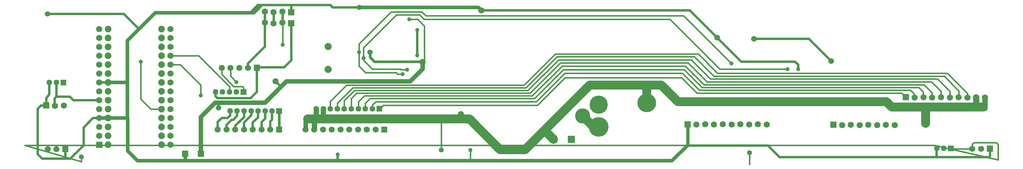
<source format=gbr>
G04 start of page 4 for group 4 idx 1 *
G04 Title: AYAB-RS_F, bottom *
G04 Creator: pcb 20140316 *
G04 CreationDate: Mon 08 Feb 2021 07:11:24 AM GMT UTC *
G04 For: tom *
G04 Format: Gerber/RS-274X *
G04 PCB-Dimensions (mil): 11000.00 1900.00 *
G04 PCB-Coordinate-Origin: lower left *
%MOIN*%
%FSLAX25Y25*%
%LNBOTTOM*%
%ADD85C,0.1250*%
%ADD84C,0.0352*%
%ADD83C,0.0380*%
%ADD82C,0.0910*%
%ADD81C,0.1480*%
%ADD80C,0.0360*%
%ADD79C,0.1200*%
%ADD78C,0.0200*%
%ADD77C,0.1100*%
%ADD76C,0.0650*%
%ADD75C,0.0460*%
%ADD74C,0.0560*%
%ADD73C,0.2100*%
%ADD72C,0.1700*%
%ADD71C,0.2200*%
%ADD70C,0.2050*%
%ADD69C,0.0636*%
%ADD68C,0.0679*%
%ADD67C,0.0800*%
%ADD66C,0.0750*%
%ADD65C,0.0001*%
%ADD64C,0.0350*%
%ADD63C,0.0700*%
%ADD62C,0.0300*%
%ADD61C,0.0500*%
%ADD60C,0.0600*%
%ADD59C,0.0400*%
%ADD58C,0.0150*%
%ADD57C,0.0250*%
%ADD56C,0.1000*%
G54D56*X500500Y57000D02*X535000Y22500D01*
X563000D01*
X635500Y95000D01*
X716000D01*
G54D57*X745000Y27000D02*X835300D01*
G54D58*X520000Y80000D02*X573500D01*
G54D59*X728000Y10000D02*X745500Y27500D01*
G54D58*X573500Y80000D02*X606000Y112500D01*
X604500Y116500D02*X571000Y83000D01*
X577000Y72500D02*X608000Y103500D01*
X607500Y108500D02*X575500Y76500D01*
X571000Y83000D02*X513500D01*
X602500Y120000D02*X746000D01*
X749500Y123500D02*X600500D01*
X599000Y127000D02*X753000D01*
X757500Y130000D02*X597000D01*
X753000Y127000D02*X775000Y105000D01*
X779000Y108500D02*X757500Y130000D01*
X749500Y123500D02*X771000Y102000D01*
X741000Y173000D02*X794500Y119500D01*
X746000Y120000D02*X767200Y98800D01*
X725500Y169000D02*X781500Y113000D01*
G54D57*X778500Y148500D02*X805500Y121500D01*
G54D58*X606000Y112500D02*X741500D01*
X761500Y92500D01*
X743000Y116500D02*X604500D01*
X764000Y95500D02*X743000Y116500D01*
X608000Y103500D02*X738500D01*
X758500Y89500D02*X739500Y108500D01*
X607500D01*
X738500Y103500D02*X756000Y86000D01*
X155000Y68000D02*X143000D01*
X131500Y79500D01*
Y121500D01*
G54D59*X117000Y58000D02*Y21000D01*
X128000Y10000D01*
X181500Y18000D02*Y10000D01*
G54D60*X336508Y68000D02*Y57492D01*
G54D59*X337000Y57000D01*
G54D60*X328634Y68000D02*Y57134D01*
G54D59*X328500Y57000D01*
X395157Y46000D02*X395000Y45843D01*
G54D58*X399500Y68000D02*X404000Y72500D01*
X391626Y68000D02*Y72626D01*
X383752Y68000D02*Y74752D01*
X375878Y76378D02*Y68000D01*
G54D57*X52500Y12500D02*X67500Y27500D01*
Y47500D01*
X78000Y58000D01*
G54D58*X65000Y14500D02*Y9000D01*
X1755Y27242D01*
G54D57*X16000Y17500D02*X21000Y12500D01*
X47000Y23843D02*Y12500D01*
X21000D02*X52500D01*
X37000Y97000D02*X37157Y96843D01*
X52000Y82000D02*X37157D01*
X85000Y78000D02*X56000D01*
X52000Y82000D01*
X16000Y68500D02*Y17500D01*
X25500Y80500D02*X29126Y84626D01*
X78000Y58000D02*X84500D01*
G54D59*X85000D02*X117000D01*
X116500Y58500D01*
G54D57*X85000Y98000D02*X95000D01*
G54D59*X95500D02*X116500D01*
G54D58*X232315Y115685D02*Y114500D01*
X222130Y114000D02*X222630Y114500D01*
G54D57*X252000D02*Y119500D01*
G54D58*X247000Y87331D02*Y92500D01*
X246000Y93500D01*
X236000D01*
X222565Y107065D01*
Y114435D01*
X231252Y87331D02*Y93248D01*
X368004Y68000D02*Y80004D01*
X360130Y77630D02*Y68000D01*
X352256D02*Y74756D01*
X344382Y76882D02*Y68000D01*
G54D61*X295000Y99500D02*X271000Y75500D01*
X215000D02*X271000D01*
G54D57*X283000Y99500D02*X289000Y93500D01*
X262500Y115000D02*X292500D01*
G54D58*X376500Y116500D02*X384000Y109000D01*
G54D57*X257472Y52972D02*Y45000D01*
X255504Y66000D02*Y61004D01*
X247630Y53130D01*
Y45000D01*
Y66000D02*Y59130D01*
X237787Y49287D01*
X235500Y56000D02*X239756Y60256D01*
Y66000D01*
X237787Y49287D02*Y45000D01*
X227945D02*Y50445D01*
X233500Y56000D01*
X235500D01*
X218102Y53602D02*Y45000D01*
G54D61*X199000Y59500D02*X215000Y75500D01*
G54D57*X231882Y66000D02*Y60882D01*
X229000Y58000D01*
X222500D01*
X218102Y53602D01*
X271000Y166000D02*Y176000D01*
X291000Y166000D02*Y176000D01*
X281000D02*Y166000D01*
X300500Y177000D02*Y185000D01*
X263000D02*X254500Y176500D01*
X259500D02*X268000Y185000D01*
X265500D01*
X258000Y177500D01*
X263000Y185000D02*X344500D01*
X347000Y182500D01*
X377000D01*
X300500Y123000D02*Y164500D01*
G54D58*X291000Y140500D02*Y165000D01*
X231252Y93248D02*X196500Y128000D01*
X165000D01*
X291000Y165000D02*X290500Y165500D01*
G54D59*X148000Y176500D02*X258500D01*
G54D57*X112500Y175000D02*X27000D01*
X254500Y176500D02*X252500D01*
X253500D02*X259500D01*
G54D59*X116500Y58500D02*Y145000D01*
X148000Y176500D01*
G54D57*X129500Y158000D02*X112500Y175000D01*
G54D62*X394000Y121500D02*X389000Y126500D01*
Y132000D01*
G54D57*X448000Y121000D02*X447500Y121500D01*
X448000Y121000D02*X449000Y122000D01*
G54D58*X448000Y121000D02*X450000Y123000D01*
G54D62*X447500Y121500D02*X394000D01*
G54D58*X420000Y107500D02*X418500Y109000D01*
X420000Y107500D02*X425500D01*
X391500Y113000D02*X423000D01*
X423500Y112500D01*
X430500D01*
G54D59*X128000Y10000D02*X728000D01*
G54D56*X500500Y57000D02*X319000D01*
G54D59*X326343Y45000D02*X326500Y45157D01*
G54D60*Y57500D01*
G54D61*X316500Y45000D02*Y56993D01*
G54D57*X352500Y17000D02*Y10000D01*
G54D59*X585250Y43750D02*Y44750D01*
G54D57*X29126Y84626D02*Y97000D01*
X25500Y72172D02*Y80500D01*
X37000Y97000D02*Y82000D01*
X35000Y80000D01*
Y71043D01*
X25157Y72330D02*X25500Y72672D01*
X217500Y80500D02*X255000D01*
X262000Y87500D01*
X223378Y76122D02*X223500Y76000D01*
X219000Y75500D02*Y69000D01*
X215504Y87831D02*Y82496D01*
X217500Y80500D01*
G54D58*X199000Y83500D02*Y95000D01*
X176000Y118000D01*
X165000D01*
X232472Y114500D02*X232500Y105000D01*
X239000Y98500D01*
X404000Y72500D02*X577000D01*
G54D57*X25000Y72043D02*X19500Y72000D01*
X16000Y68500D01*
G54D62*X287000Y66000D02*Y45000D01*
G54D57*X279126Y56126D02*Y66000D01*
X271252D02*Y57252D01*
X263378Y66000D02*Y58878D01*
G54D61*X199000Y18000D02*Y59500D01*
G54D57*X277157Y45000D02*Y54157D01*
X279126Y56126D01*
X271252Y57252D02*X267315Y53315D01*
Y45000D01*
X263378Y58878D02*X257472Y52972D01*
G54D58*X501500Y89000D02*X371500D01*
X369500Y92000D02*X495500D01*
X489000Y95000D02*X362500D01*
G54D61*X434000Y99500D02*X295000D01*
X448000Y113500D02*X434000Y99500D01*
X448000Y120500D02*Y113500D01*
G54D58*X371500Y89000D02*X360130Y77630D01*
G54D57*X442000Y128500D02*Y157000D01*
G54D58*X352256Y74756D02*X369500Y92000D01*
X362500Y95000D02*X344382Y76882D01*
G54D57*X262000Y87500D02*Y114500D01*
X252000Y119500D02*X271000Y138500D01*
X292500Y115000D02*X300500Y123000D01*
X271000Y138500D02*X270972Y138528D01*
Y165287D01*
G54D58*X506500Y86000D02*X568500D01*
X566000Y89000D02*X501500D01*
X495500Y92000D02*X564000D01*
X562000Y95000D02*X488500D01*
X391626Y72626D02*X395500Y76500D01*
X383752Y74752D02*X389000Y80000D01*
X368004Y80004D02*X374000Y86000D01*
X395500Y76500D02*X424000D01*
D03*
X382500Y83000D02*X375878Y76378D01*
X575500Y76500D02*X424000D01*
X389000Y80000D02*X520000D01*
X513500Y83000D02*X382500D01*
X374000Y86000D02*X507000D01*
X501500Y10000D02*Y22000D01*
X469000D02*Y57500D01*
X1755Y27242D02*X1022756D01*
G54D57*X46843Y24000D02*X47000Y23843D01*
G54D56*X627500Y60500D02*X640000Y48000D01*
X645500D01*
X595000Y34000D02*X585250Y43750D01*
X734500Y76500D02*X716000Y95000D01*
X699500Y75000D02*Y95000D01*
G54D58*X781500Y113000D02*X857500D01*
G54D57*X805500Y121500D02*X866000D01*
X869500Y118000D01*
Y113000D01*
X906500Y122000D02*X881500Y147000D01*
X820500D01*
G54D58*X568500Y86000D02*X602500Y120000D01*
X600500Y123500D02*X566000Y89000D01*
X564000Y92000D02*X599000Y127000D01*
X597000Y130000D02*X562000Y95000D01*
X451500Y173000D02*X741000D01*
X725500Y169000D02*X449500D01*
X442500D02*X433000D01*
X449500D02*X444500Y174000D01*
X418500D01*
G54D57*X514000Y179000D02*X748000D01*
X778500Y148500D01*
G54D58*X450000Y123000D02*Y161500D01*
X442500Y169000D01*
X451500Y173000D02*X447000Y177500D01*
X412500D01*
X381500Y137000D02*X418500Y174000D01*
X412500Y177500D02*X376500Y141500D01*
X381500Y126000D02*Y137000D01*
X376500Y141500D02*Y116500D01*
X418500Y109000D02*X384000D01*
X381500Y125500D02*Y123000D01*
X391500Y113000D01*
G54D59*X377000Y182500D02*X510500D01*
X514000Y179000D01*
G54D58*X815000Y19000D02*Y6000D01*
G54D57*X1083500Y14000D02*X848500D01*
X835500Y27000D01*
X1041248Y23500D02*X1041000Y23252D01*
X1025000Y23500D02*Y14000D01*
G54D58*X1040748Y23500D02*X1065157D01*
G54D56*X974000Y71000D02*X968500Y76500D01*
G54D58*X1000000Y81000D02*Y85000D01*
X995500Y89500D01*
X1005000Y92500D02*X1010000Y87500D01*
Y81000D01*
X1020000D02*Y86500D01*
X995500Y89500D02*X758500D01*
X761500Y92500D02*X1005000D01*
X1020000Y86500D02*X1011000Y95500D01*
X1019200Y98800D02*X1030000Y88000D01*
X1011000Y95500D02*X764000D01*
X767200Y98800D02*X1019200D01*
X775000Y105000D02*X1033500D01*
X771000Y102000D02*X1026000D01*
X1030000Y88000D02*Y81000D01*
X1040000D02*Y88000D01*
X1033500Y105000D02*X1050000Y88500D01*
Y81000D01*
X1040000Y88000D02*X1026000Y102000D01*
X1059685Y81000D02*Y85815D01*
X985500Y86000D02*X990000Y81500D01*
G54D56*X974500Y70500D02*X1070000D01*
G54D57*X1066000D02*X1069750Y66750D01*
G54D59*X1069370Y70630D02*X1069500Y70500D01*
X1075500D01*
X1066000D02*X1068750Y73250D01*
G54D58*X1022756Y27242D02*X1094000Y11000D01*
Y28500D01*
G54D57*X1084843Y23000D02*Y15343D01*
X1083500Y14000D01*
G54D56*X1012500Y70500D02*Y52000D01*
G54D63*X1069370Y81500D02*Y70630D01*
G54D59*X1068750Y73250D02*X1078250D01*
X1078000Y67500D02*X1069000D01*
G54D61*X1075500Y70500D02*X1079213Y74213D01*
G54D60*Y80713D01*
Y68713D01*
G54D59*X1078000Y67500D01*
G54D58*X1065157Y23000D02*Y28657D01*
X1067000Y30500D01*
X1094000Y28500D02*X1092000Y30500D01*
X1067000D02*X1092000D01*
G54D57*X835500Y27000D02*X834500D01*
G54D58*X756000Y86000D02*X985500D01*
G54D56*X734500Y76500D02*X968500D01*
G54D58*X1059685Y85815D02*X1037000Y108500D01*
X779000D02*X1037000D01*
X745630Y51000D02*X745500Y50870D01*
G54D64*Y27000D01*
G54D63*X165000Y118000D03*
Y108000D03*
Y98000D03*
Y88000D03*
Y78000D03*
Y68000D03*
Y58000D03*
Y48000D03*
Y38000D03*
Y28000D03*
G54D65*G36*
X195500Y21500D02*Y14500D01*
X202500D01*
Y21500D01*
X195500D01*
G37*
G36*
X178000D02*Y14500D01*
X185000D01*
Y21500D01*
X178000D01*
G37*
G54D66*X155000Y108000D03*
Y98000D03*
Y88000D03*
Y78000D03*
Y68000D03*
Y58000D03*
Y48000D03*
Y38000D03*
Y28000D03*
G54D65*G36*
X297000Y180500D02*Y173500D01*
X304000D01*
Y180500D01*
X297000D01*
G37*
G36*
Y168000D02*Y161000D01*
X304000D01*
Y168000D01*
X297000D01*
G37*
G54D63*X290657Y177787D03*
Y165287D03*
X280815Y177000D03*
Y164500D03*
X270972Y177787D03*
Y165287D03*
G54D67*X342000Y138300D03*
G54D65*G36*
X258606Y117894D02*Y111106D01*
X265394D01*
Y117894D01*
X258606D01*
G37*
G54D68*X252157Y114500D03*
X242315D03*
X232472D03*
X222630D03*
G54D67*X342000Y112700D03*
G54D65*G36*
X283606Y48394D02*Y41606D01*
X290394D01*
Y48394D01*
X283606D01*
G37*
G54D68*X277157Y45000D03*
X267315D03*
X257472D03*
X247630D03*
X237787D03*
X227945D03*
X218102D03*
G54D65*G36*
X283819Y69181D02*Y62819D01*
X290181D01*
Y69181D01*
X283819D01*
G37*
G54D69*X279126Y66000D03*
X271252D03*
X336508Y68500D03*
X328634D03*
X263378Y66000D03*
X255504D03*
X247630D03*
X239756D03*
X231882D03*
G54D65*G36*
X243819Y90512D02*Y84150D01*
X250181D01*
Y90512D01*
X243819D01*
G37*
G54D69*X239126Y87331D03*
X231252D03*
X223378D03*
X215504D03*
G54D63*X85000Y108000D03*
Y118000D03*
Y128000D03*
Y138000D03*
Y148000D03*
Y158000D03*
Y58000D03*
Y68000D03*
Y78000D03*
Y88000D03*
G54D65*G36*
X81500Y31500D02*Y24500D01*
X88500D01*
Y31500D01*
X81500D01*
G37*
G54D63*X85000Y38000D03*
G54D66*X95000Y28000D03*
Y38000D03*
G54D63*X85000Y48000D03*
G54D66*X95000D03*
Y58000D03*
Y68000D03*
G54D65*G36*
X22000Y75672D02*Y68672D01*
X29000D01*
Y75672D01*
X22000D01*
G37*
G54D63*X35343Y71778D03*
X45185Y72172D03*
G54D65*G36*
X43606Y26394D02*Y19606D01*
X50394D01*
Y26394D01*
X43606D01*
G37*
G36*
X41693Y101181D02*Y94819D01*
X48055D01*
Y101181D01*
X41693D01*
G37*
G54D69*X37000Y98000D03*
X29126D03*
G54D68*X37157Y23000D03*
X27315D03*
G54D63*X165000Y158000D03*
Y148000D03*
Y138000D03*
G54D66*X155000Y158000D03*
Y148000D03*
Y138000D03*
G54D63*X165000Y128000D03*
G54D66*X155000D03*
Y118000D03*
G54D63*X85000Y98000D03*
G54D66*X95000Y78000D03*
Y88000D03*
Y98000D03*
Y108000D03*
Y118000D03*
Y128000D03*
Y138000D03*
Y148000D03*
Y158000D03*
G54D70*X645500Y73000D03*
G54D71*Y48000D03*
G54D72*X627500Y60500D03*
G54D65*G36*
X396319Y71681D02*Y65319D01*
X402681D01*
Y71681D01*
X396319D01*
G37*
G54D69*X391626Y68500D03*
X383752D03*
X375878D03*
X368004D03*
X360130D03*
X352256D03*
X344382D03*
G54D65*G36*
X401690Y48394D02*Y41606D01*
X408477D01*
Y48394D01*
X401690D01*
G37*
G36*
X611000Y38000D02*Y30000D01*
X619000D01*
Y38000D01*
X611000D01*
G37*
G36*
X591000D02*Y30000D01*
X599000D01*
Y38000D01*
X591000D01*
G37*
G54D68*X395240Y45000D03*
X385398D03*
X375555D03*
X365713D03*
X355870D03*
X346028D03*
X336185D03*
X326343D03*
X316500D03*
G54D65*G36*
X1081449Y26894D02*Y20106D01*
X1088236D01*
Y26894D01*
X1081449D01*
G37*
G54D68*X1075000Y23500D03*
X1065158D03*
G54D65*G36*
X1037819Y27181D02*Y20819D01*
X1044181D01*
Y27181D01*
X1037819D01*
G37*
G54D69*X1033126Y24000D03*
X1025252D03*
G54D65*G36*
X742130Y54500D02*Y47500D01*
X749130D01*
Y54500D01*
X742130D01*
G37*
G54D63*X755473Y50606D03*
X765315Y51000D03*
X775158Y50606D03*
X785000Y51000D03*
X794843Y50606D03*
X804685Y51000D03*
X814528Y50606D03*
X824370Y51000D03*
X834213Y50606D03*
G54D65*G36*
X987130Y85000D02*Y78000D01*
X994130D01*
Y85000D01*
X987130D01*
G37*
G54D63*X1000473Y81106D03*
X1010315Y81500D03*
X1020158Y81106D03*
X1030000Y81500D03*
X1039843Y81106D03*
X1049685Y81500D03*
X1059528Y81106D03*
X1069370Y81500D03*
X1079213Y81106D03*
G54D65*G36*
X905500Y54000D02*Y47000D01*
X912500D01*
Y54000D01*
X905500D01*
G37*
G54D63*X918843Y50106D03*
X928685Y50500D03*
X938528Y50106D03*
X948370Y50500D03*
X958213Y50106D03*
X968055Y50500D03*
X977898Y50106D03*
G54D73*X699500Y75000D03*
G54D74*X815000Y19000D03*
G54D75*X869500Y113000D03*
X794500Y119500D03*
X857500Y113000D03*
G54D63*X1012500Y52000D03*
G54D76*X778500Y148500D03*
X906500Y122000D03*
X820000Y147000D03*
G54D75*X131500Y121500D03*
G54D74*X65000Y14500D03*
G54D60*X27000Y175000D03*
G54D63*X283000Y99500D03*
G54D75*X291000Y140500D03*
X352500Y17000D03*
G54D60*X389000Y132000D03*
G54D75*X381500Y125500D03*
X376500Y132000D03*
G54D60*X219000Y69500D03*
G54D75*X199000Y83500D03*
X239000Y98500D03*
G54D63*X514000Y179000D03*
G54D75*X501500Y22000D03*
G54D63*X491000Y62500D03*
G54D74*X469000Y22000D03*
G54D63*X448000Y121000D03*
G54D75*X442000Y157000D03*
Y128500D03*
X425500Y107500D03*
X430500Y112500D03*
X433000Y169000D03*
G54D60*X377000Y182500D03*
G54D77*G54D78*G54D79*G54D80*G54D81*G54D79*G54D64*G54D78*G54D81*G54D64*G54D81*G54D82*G54D64*G54D78*G54D64*G54D78*G54D64*G54D78*G54D81*G54D80*G54D81*G54D78*G54D64*G54D78*G54D82*G54D80*G54D78*G54D64*G54D83*G54D80*G54D62*G54D80*G54D62*G54D80*G54D84*G54D83*G54D80*G54D84*G54D80*G54D83*G54D85*G54D77*G54D84*G54D80*G54D83*G54D80*G54D84*G54D80*M02*

</source>
